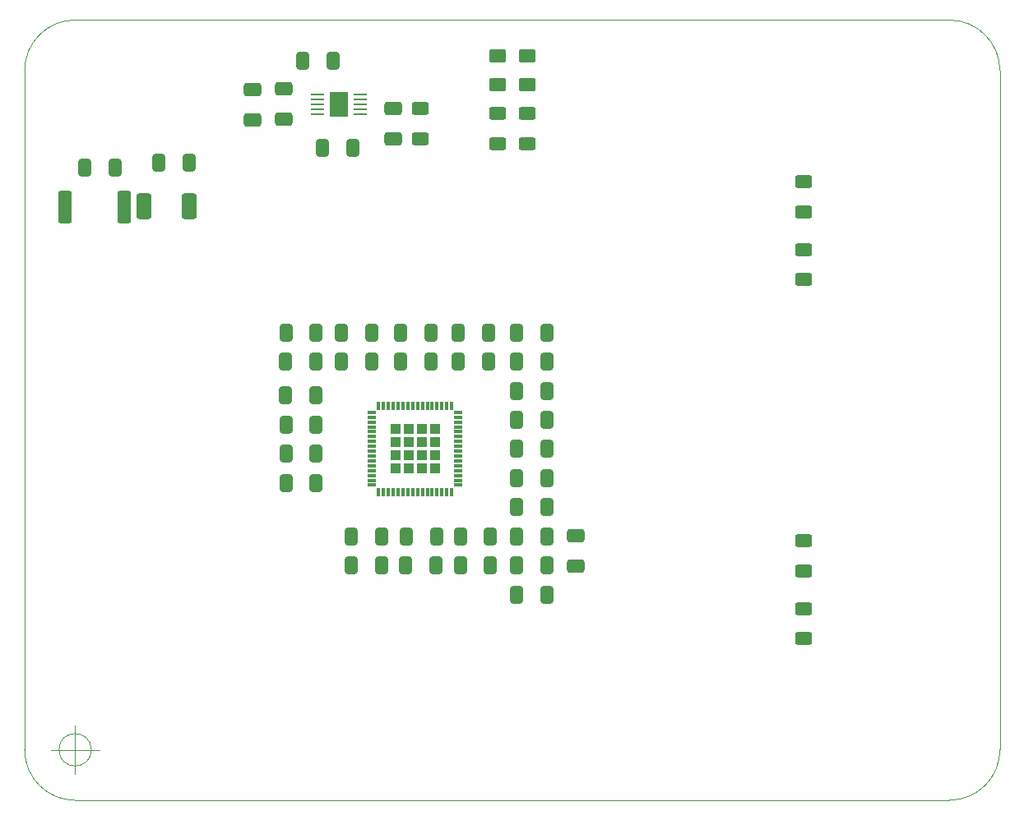
<source format=gbr>
%TF.GenerationSoftware,KiCad,Pcbnew,(6.0.0)*%
%TF.CreationDate,2022-01-08T20:11:28+01:00*%
%TF.ProjectId,ma12070p_amp_v06,6d613132-3037-4307-905f-616d705f7630,rev?*%
%TF.SameCoordinates,Original*%
%TF.FileFunction,Paste,Top*%
%TF.FilePolarity,Positive*%
%FSLAX45Y45*%
G04 Gerber Fmt 4.5, Leading zero omitted, Abs format (unit mm)*
G04 Created by KiCad (PCBNEW (6.0.0)) date 2022-01-08 20:11:28*
%MOMM*%
%LPD*%
G01*
G04 APERTURE LIST*
G04 Aperture macros list*
%AMRoundRect*
0 Rectangle with rounded corners*
0 $1 Rounding radius*
0 $2 $3 $4 $5 $6 $7 $8 $9 X,Y pos of 4 corners*
0 Add a 4 corners polygon primitive as box body*
4,1,4,$2,$3,$4,$5,$6,$7,$8,$9,$2,$3,0*
0 Add four circle primitives for the rounded corners*
1,1,$1+$1,$2,$3*
1,1,$1+$1,$4,$5*
1,1,$1+$1,$6,$7*
1,1,$1+$1,$8,$9*
0 Add four rect primitives between the rounded corners*
20,1,$1+$1,$2,$3,$4,$5,0*
20,1,$1+$1,$4,$5,$6,$7,0*
20,1,$1+$1,$6,$7,$8,$9,0*
20,1,$1+$1,$8,$9,$2,$3,0*%
G04 Aperture macros list end*
%TA.AperFunction,Profile*%
%ADD10C,0.050000*%
%TD*%
%ADD11RoundRect,0.250000X0.412500X0.650000X-0.412500X0.650000X-0.412500X-0.650000X0.412500X-0.650000X0*%
%ADD12RoundRect,0.250000X-0.412500X-0.650000X0.412500X-0.650000X0.412500X0.650000X-0.412500X0.650000X0*%
%ADD13RoundRect,0.250000X-0.650000X0.412500X-0.650000X-0.412500X0.650000X-0.412500X0.650000X0.412500X0*%
%ADD14RoundRect,0.250000X0.625000X-0.400000X0.625000X0.400000X-0.625000X0.400000X-0.625000X-0.400000X0*%
%ADD15RoundRect,0.249999X-0.512501X-1.075001X0.512501X-1.075001X0.512501X1.075001X-0.512501X1.075001X0*%
%ADD16RoundRect,0.250000X-0.625000X0.400000X-0.625000X-0.400000X0.625000X-0.400000X0.625000X0.400000X0*%
%ADD17RoundRect,0.250001X0.624999X-0.462499X0.624999X0.462499X-0.624999X0.462499X-0.624999X-0.462499X0*%
%ADD18R,1.353299X0.279400*%
%ADD19R,1.879600X2.514600*%
%ADD20RoundRect,0.249999X-0.450001X-1.425001X0.450001X-1.425001X0.450001X1.425001X-0.450001X1.425001X0*%
%ADD21RoundRect,0.250000X-0.300000X0.300000X-0.300000X-0.300000X0.300000X-0.300000X0.300000X0.300000X0*%
%ADD22RoundRect,0.075000X-0.075000X0.362500X-0.075000X-0.362500X0.075000X-0.362500X0.075000X0.362500X0*%
%ADD23RoundRect,0.075000X-0.362500X0.075000X-0.362500X-0.075000X0.362500X-0.075000X0.362500X0.075000X0*%
G04 APERTURE END LIST*
D10*
X10980000Y-11900000D02*
G75*
G03*
X11500000Y-12420000I520000J0D01*
G01*
X20500000Y-12419376D02*
G75*
G03*
X21019375Y-11899375I0J519376D01*
G01*
X11500000Y-4380000D02*
G75*
G03*
X10980000Y-4900000I0J-520000D01*
G01*
X21019375Y-4900000D02*
G75*
G03*
X20500000Y-4380625I-519375J0D01*
G01*
X21019375Y-4900000D02*
X21019375Y-11899375D01*
X11500000Y-4380000D02*
X20500000Y-4380625D01*
X10980000Y-11900000D02*
X10980000Y-4900000D01*
X20500000Y-12419376D02*
X11500000Y-12420000D01*
X11666667Y-11900000D02*
G75*
G03*
X11666667Y-11900000I-166667J0D01*
G01*
X11250000Y-11900000D02*
X11750000Y-11900000D01*
X11500000Y-11650000D02*
X11500000Y-12150000D01*
D11*
%TO.C,C7*%
X13981250Y-7600000D03*
X13668750Y-7600000D03*
%TD*%
D12*
%TO.C,C29*%
X16043750Y-9700000D03*
X16356250Y-9700000D03*
%TD*%
%TO.C,CIN2*%
X12362500Y-5850000D03*
X12675000Y-5850000D03*
%TD*%
D11*
%TO.C,C36*%
X16356250Y-8200000D03*
X16043750Y-8200000D03*
%TD*%
D12*
%TO.C,C10*%
X15445750Y-7600000D03*
X15758250Y-7600000D03*
%TD*%
D11*
%TO.C,C18*%
X14556250Y-7900000D03*
X14243750Y-7900000D03*
%TD*%
D12*
%TO.C,C40*%
X16043750Y-7600000D03*
X16356250Y-7600000D03*
%TD*%
D11*
%TO.C,C4*%
X15166250Y-7900000D03*
X14853750Y-7900000D03*
%TD*%
D13*
%TO.C,C16*%
X13325000Y-5093750D03*
X13325000Y-5406250D03*
%TD*%
D12*
%TO.C,C21*%
X15463750Y-10000000D03*
X15776250Y-10000000D03*
%TD*%
D11*
%TO.C,C20*%
X14356250Y-5700000D03*
X14043750Y-5700000D03*
%TD*%
D13*
%TO.C,C42*%
X16650000Y-9693750D03*
X16650000Y-10006250D03*
%TD*%
D12*
%TO.C,C34*%
X16045750Y-8800000D03*
X16358250Y-8800000D03*
%TD*%
D13*
%TO.C,C15*%
X13650000Y-5087500D03*
X13650000Y-5400000D03*
%TD*%
D11*
%TO.C,C25*%
X14656250Y-10000000D03*
X14343750Y-10000000D03*
%TD*%
%TO.C,C17*%
X14556250Y-7600000D03*
X14243750Y-7600000D03*
%TD*%
D13*
%TO.C,C19*%
X14770000Y-5293750D03*
X14770000Y-5606250D03*
%TD*%
D14*
%TO.C,R7*%
X19000000Y-10755000D03*
X19000000Y-10445000D03*
%TD*%
D11*
%TO.C,C37*%
X16356250Y-9400000D03*
X16043750Y-9400000D03*
%TD*%
%TO.C,C26*%
X14656250Y-9700000D03*
X14343750Y-9700000D03*
%TD*%
D12*
%TO.C,C30*%
X16043750Y-10000000D03*
X16356250Y-10000000D03*
%TD*%
%TO.C,C45*%
X13668750Y-9150000D03*
X13981250Y-9150000D03*
%TD*%
D14*
%TO.C,R8*%
X15850000Y-5656250D03*
X15850000Y-5346250D03*
%TD*%
D12*
%TO.C,C44*%
X13668750Y-8550000D03*
X13981250Y-8550000D03*
%TD*%
D11*
%TO.C,C31*%
X16356250Y-10300000D03*
X16043750Y-10300000D03*
%TD*%
%TO.C,C6*%
X15166250Y-7600000D03*
X14853750Y-7600000D03*
%TD*%
D12*
%TO.C,C35*%
X16043750Y-8500000D03*
X16356250Y-8500000D03*
%TD*%
D11*
%TO.C,C5*%
X15220000Y-9700000D03*
X14907500Y-9700000D03*
%TD*%
D12*
%TO.C,CIN1*%
X11600000Y-5900000D03*
X11912500Y-5900000D03*
%TD*%
D15*
%TO.C,L1*%
X12207500Y-6300000D03*
X12675000Y-6300000D03*
%TD*%
D16*
%TO.C,R4*%
X19000000Y-6745000D03*
X19000000Y-7055000D03*
%TD*%
%TO.C,R5*%
X19000000Y-9745000D03*
X19000000Y-10055000D03*
%TD*%
%TO.C,R3*%
X15050000Y-5295000D03*
X15050000Y-5605000D03*
%TD*%
D12*
%TO.C,C43*%
X13663750Y-8250000D03*
X13976250Y-8250000D03*
%TD*%
%TO.C,C22*%
X15463750Y-9700000D03*
X15776250Y-9700000D03*
%TD*%
D11*
%TO.C,C38*%
X16356250Y-7900000D03*
X16043750Y-7900000D03*
%TD*%
D12*
%TO.C,C11*%
X15445750Y-7900000D03*
X15758250Y-7900000D03*
%TD*%
D11*
%TO.C,C41*%
X13979250Y-7900000D03*
X13666750Y-7900000D03*
%TD*%
D12*
%TO.C,C39*%
X16043750Y-9100000D03*
X16356250Y-9100000D03*
%TD*%
D17*
%TO.C,LED1*%
X16150000Y-5050000D03*
X16150000Y-4752500D03*
%TD*%
%TO.C,LED2*%
X15850000Y-5050000D03*
X15850000Y-4752500D03*
%TD*%
D14*
%TO.C,R6*%
X16150000Y-5656250D03*
X16150000Y-5346250D03*
%TD*%
D11*
%TO.C,C46*%
X13981250Y-8850000D03*
X13668750Y-8850000D03*
%TD*%
D18*
%TO.C,U1*%
X13992750Y-5150000D03*
X13992750Y-5200000D03*
X13992750Y-5250000D03*
X13992750Y-5300000D03*
X13992750Y-5350000D03*
X14432879Y-5350000D03*
X14432879Y-5300000D03*
X14432879Y-5250000D03*
X14432879Y-5200000D03*
X14432879Y-5150000D03*
D19*
X14212814Y-5250000D03*
%TD*%
D20*
%TO.C,R1*%
X11395000Y-6305000D03*
X12005000Y-6305000D03*
%TD*%
D21*
%TO.C,U2*%
X15068000Y-8866000D03*
X14932000Y-9002000D03*
X14796000Y-8594000D03*
X15068000Y-8594000D03*
X15204000Y-8730000D03*
X14932000Y-8594000D03*
X15068000Y-8730000D03*
X15204000Y-9002000D03*
X14796000Y-8730000D03*
X14796000Y-8866000D03*
X14796000Y-9002000D03*
X15204000Y-8594000D03*
X14932000Y-8866000D03*
X15204000Y-8866000D03*
X15068000Y-9002000D03*
X14932000Y-8730000D03*
D22*
X15375000Y-8354250D03*
X15325000Y-8354250D03*
X15275000Y-8354250D03*
X15225000Y-8354250D03*
X15175000Y-8354250D03*
X15125000Y-8354250D03*
X15075000Y-8354250D03*
X15025000Y-8354250D03*
X14975000Y-8354250D03*
X14925000Y-8354250D03*
X14875000Y-8354250D03*
X14825000Y-8354250D03*
X14775000Y-8354250D03*
X14725000Y-8354250D03*
X14675000Y-8354250D03*
X14625000Y-8354250D03*
D23*
X14556250Y-8423000D03*
X14556250Y-8473000D03*
X14556250Y-8523000D03*
X14556250Y-8573000D03*
X14556250Y-8623000D03*
X14556250Y-8673000D03*
X14556250Y-8723000D03*
X14556250Y-8773000D03*
X14556250Y-8823000D03*
X14556250Y-8873000D03*
X14556250Y-8923000D03*
X14556250Y-8973000D03*
X14556250Y-9023000D03*
X14556250Y-9073000D03*
X14556250Y-9123000D03*
X14556250Y-9173000D03*
D22*
X14625000Y-9241750D03*
X14675000Y-9241750D03*
X14725000Y-9241750D03*
X14775000Y-9241750D03*
X14825000Y-9241750D03*
X14875000Y-9241750D03*
X14925000Y-9241750D03*
X14975000Y-9241750D03*
X15025000Y-9241750D03*
X15075000Y-9241750D03*
X15125000Y-9241750D03*
X15175000Y-9241750D03*
X15225000Y-9241750D03*
X15275000Y-9241750D03*
X15325000Y-9241750D03*
X15375000Y-9241750D03*
D23*
X15443750Y-9173000D03*
X15443750Y-9123000D03*
X15443750Y-9073000D03*
X15443750Y-9023000D03*
X15443750Y-8973000D03*
X15443750Y-8923000D03*
X15443750Y-8873000D03*
X15443750Y-8823000D03*
X15443750Y-8773000D03*
X15443750Y-8723000D03*
X15443750Y-8673000D03*
X15443750Y-8623000D03*
X15443750Y-8573000D03*
X15443750Y-8523000D03*
X15443750Y-8473000D03*
X15443750Y-8423000D03*
%TD*%
D11*
%TO.C,C3*%
X15216250Y-10000000D03*
X14903750Y-10000000D03*
%TD*%
%TO.C,C14*%
X14156250Y-4800000D03*
X13843750Y-4800000D03*
%TD*%
D14*
%TO.C,R2*%
X19000000Y-6355000D03*
X19000000Y-6045000D03*
%TD*%
M02*

</source>
